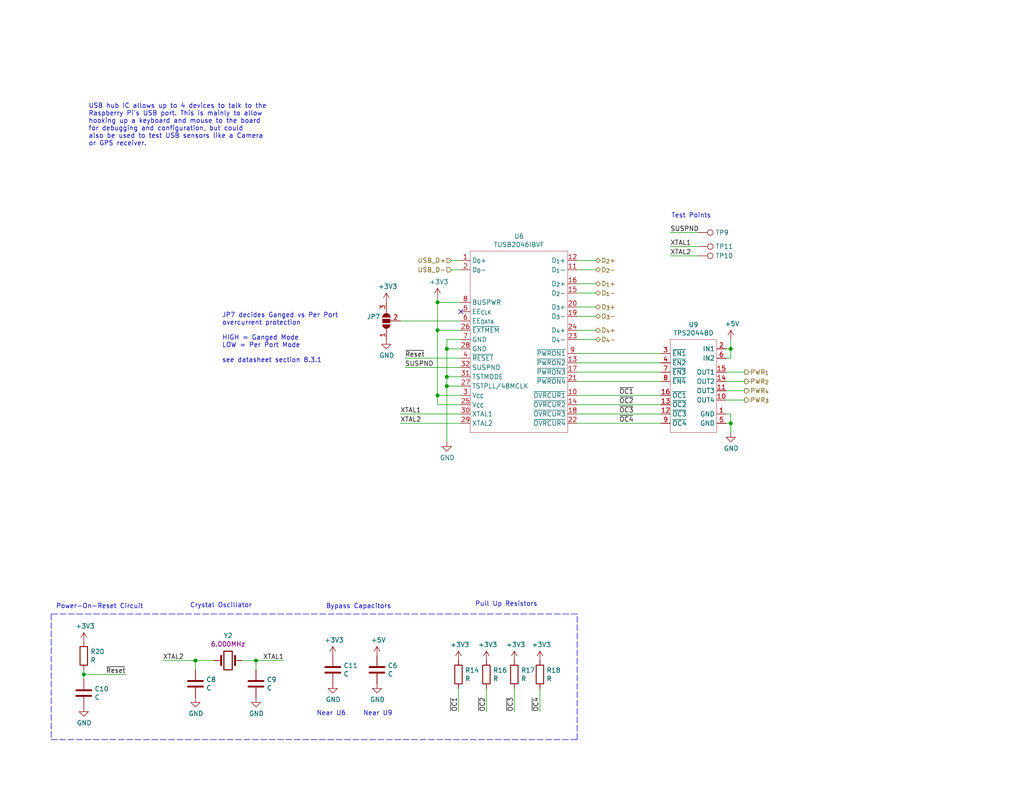
<source format=kicad_sch>
(kicad_sch (version 20201015) (generator eeschema)
  (paper "A")
  (title_block (title "Dennis") (date "2021-03-30") (rev "0.1.3") (company "eCafe Racer"))
  (lib_symbols
    (symbol "Connector:TestPoint" (pin_numbers hide) (pin_names (offset 0.762) hide)
      (property "Reference" "TP" (at 0 6.858 0))
      (property "Value" "TestPoint" (at 0 5.08 0))
      (symbol "TestPoint_0_1"
        (circle (center 0 3.302) (radius 0.762))
      )
      (symbol "TestPoint_1_1"
        (pin passive line (at 0 0 90) (length 2.54) (name "1") (number "1"))
      )
    )
    (symbol "Device:C" (pin_numbers hide) (pin_names (offset 0.254))
      (property "Reference" "C" (at 0.635 2.54 0))
      (property "Value" "C" (at 0.635 -2.54 0))
      (symbol "C_0_1"
        (polyline (pts (xy -2.032 -0.762) (xy 2.032 -0.762)) (stroke (width 0.508)))
        (polyline (pts (xy -2.032 0.762) (xy 2.032 0.762)) (stroke (width 0.508)))
      )
      (symbol "C_1_1"
        (pin passive line (at 0 3.81 270) (length 2.794) (name "~") (number "1"))
        (pin passive line (at 0 -3.81 90) (length 2.794) (name "~") (number "2"))
      )
    )
    (symbol "Device:R" (pin_numbers hide) (pin_names (offset 0))
      (property "Reference" "R" (at 2.032 0 90))
      (property "Value" "R" (at 0 0 90))
      (symbol "R_0_1"
        (rectangle (start -1.016 -2.54) (end 1.016 2.54) (stroke (width 0.254)))
      )
      (symbol "R_1_1"
        (pin passive line (at 0 3.81 270) (length 1.27) (name "~") (number "1"))
        (pin passive line (at 0 -3.81 90) (length 1.27) (name "~") (number "2"))
      )
    )
    (symbol "Jumper:SolderJumper_3_Open" (pin_names (offset 0) hide)
      (property "Reference" "JP" (at -2.54 -2.54 0))
      (property "Value" "SolderJumper_3_Open" (at 0 2.794 0))
      (symbol "SolderJumper_3_Open_0_1"
        (arc (start -1.016 1.016) (end -1.016 -1.016) (radius (at -1.016 0) (length 1.016) (angles 90.1 -90.1)))
        (arc (start -1.016 1.016) (end -1.016 -1.016) (radius (at -1.016 0) (length 1.016) (angles 90.1 -90.1)) (fill (type outline)))
        (arc (start 1.016 -1.016) (end 1.016 1.016) (radius (at 1.016 0) (length 1.016) (angles -89.9 89.9)))
        (arc (start 1.016 -1.016) (end 1.016 1.016) (radius (at 1.016 0) (length 1.016) (angles -89.9 89.9)) (fill (type outline)))
        (rectangle (start -0.508 1.016) (end 0.508 -1.016) (fill (type outline)))
        (polyline (pts (xy -2.54 0) (xy -2.032 0)))
        (polyline (pts (xy -1.016 1.016) (xy -1.016 -1.016)))
        (polyline (pts (xy 0 -1.27) (xy 0 -1.016)))
        (polyline (pts (xy 1.016 1.016) (xy 1.016 -1.016)))
        (polyline (pts (xy 2.54 0) (xy 2.032 0)))
      )
      (symbol "SolderJumper_3_Open_1_1"
        (pin passive line (at -5.08 0 0) (length 2.54) (name "A") (number "1"))
        (pin input line (at 0 -3.81 90) (length 2.54) (name "C") (number "2"))
        (pin passive line (at 5.08 0 180) (length 2.54) (name "B") (number "3"))
      )
    )
    (symbol "power:+3.3V" (power) (pin_names (offset 0))
      (property "Value" "+3.3V" (at 0 3.556 0))
      (symbol "+3.3V_0_1"
        (polyline (pts (xy -0.762 1.27) (xy 0 2.54)))
        (polyline (pts (xy 0 0) (xy 0 2.54)))
        (polyline (pts (xy 0 2.54) (xy 0.762 1.27)))
      )
      (symbol "+3.3V_1_1"
        (pin power_in line (at 0 0 90) (length 0) hide (name "+3V3") (number "1"))
      )
    )
    (symbol "power:+5V" (power) (pin_names (offset 0))
      (property "Value" "+5V" (at 0 3.556 0))
      (symbol "+5V_0_1"
        (polyline (pts (xy -0.762 1.27) (xy 0 2.54)))
        (polyline (pts (xy 0 0) (xy 0 2.54)))
        (polyline (pts (xy 0 2.54) (xy 0.762 1.27)))
      )
      (symbol "+5V_1_1"
        (pin power_in line (at 0 0 90) (length 0) hide (name "+5V") (number "1"))
      )
    )
    (symbol "power:GND" (power) (pin_names (offset 0))
      (property "Value" "GND" (at 0 -3.81 0))
      (symbol "GND_0_1"
        (polyline (pts (xy 0 0) (xy 0 -1.27) (xy 1.27 -1.27) (xy 0 -2.54) (xy -1.27 -1.27) (xy 0 -1.27)))
      )
      (symbol "GND_1_1"
        (pin power_in line (at 0 0 270) (length 0) hide (name "GND") (number "1"))
      )
    )
    (symbol "symbols:HC49USM-FF3F18-6.000MHZ" (pin_numbers hide) (pin_names hide)
      (property "Reference" "Y" (at 0 3.81 0))
      (property "Frequency" "6.000MHz" (at 0 -3.81 0))
      (symbol "HC49USM-FF3F18-6.000MHZ_0_1"
        (rectangle (start -1.143 2.54) (end 1.143 -2.54) (stroke (width 0.3048)))
        (polyline (pts (xy -2.54 0) (xy -1.905 0)))
        (polyline (pts (xy -1.905 -1.27) (xy -1.905 1.27)) (stroke (width 0.508)))
        (polyline (pts (xy 1.905 -1.27) (xy 1.905 1.27)) (stroke (width 0.508)))
        (polyline (pts (xy 2.54 0) (xy 1.905 0)))
      )
      (symbol "HC49USM-FF3F18-6.000MHZ_1_1"
        (pin passive line (at -3.81 0 0) (length 1.27) (name "1") (number "1"))
        (pin passive line (at 3.81 0 180) (length 1.27) (name "2") (number "2"))
      )
    )
    (symbol "symbols:TPS2044BD"
      (property "Reference" "U" (at 5.08 17.78 0))
      (property "Value" "TPS2044BD" (at -2.54 17.78 0))
      (symbol "TPS2044BD_0_0"
        (pin unspecified line (at 8.89 -8.89 180) (length 2.54) (name "GND") (number "1"))
        (pin unspecified line (at 8.89 8.89 180) (length 2.54) (name "IN1") (number "2"))
        (pin unspecified line (at -8.89 7.62 0) (length 2.54) (name "~EN1") (number "3"))
        (pin unspecified line (at -8.89 5.08 0) (length 2.54) (name "~EN2") (number "4"))
        (pin unspecified line (at 8.89 -11.43 180) (length 2.54) (name "GND") (number "5"))
        (pin unspecified line (at 8.89 6.35 180) (length 2.54) (name "IN2") (number "6"))
        (pin unspecified line (at -8.89 2.54 0) (length 2.54) (name "~EN3") (number "7"))
        (pin unspecified line (at -8.89 0 0) (length 2.54) (name "~EN4") (number "8"))
        (pin unspecified line (at -8.89 -11.43 0) (length 2.54) (name "~OC4") (number "9"))
        (pin unspecified line (at 8.89 -5.08 180) (length 2.54) (name "OUT4") (number "10"))
        (pin unspecified line (at 8.89 -2.54 180) (length 2.54) (name "OUT3") (number "11"))
        (pin unspecified line (at -8.89 -8.89 0) (length 2.54) (name "~OC3") (number "12"))
        (pin unspecified line (at -8.89 -6.35 0) (length 2.54) (name "~OC2") (number "13"))
        (pin unspecified line (at 8.89 0 180) (length 2.54) (name "OUT2") (number "14"))
        (pin unspecified line (at 8.89 2.54 180) (length 2.54) (name "OUT1") (number "15"))
        (pin unspecified line (at -8.89 -3.81 0) (length 2.54) (name "~OC1") (number "16"))
      )
      (symbol "TPS2044BD_0_1"
        (rectangle (start -6.35 11.43) (end 6.35 -13.97) (stroke (width 0.0006)))
      )
    )
    (symbol "symbols:TUSB2046IBVF"
      (property "Reference" "U" (at 5.08 25.4 0))
      (property "Value" "TUSB2046IBVF" (at -6.35 25.4 0))
      (symbol "TUSB2046IBVF_0_0"
        (pin unspecified line (at 16.51 8.89 180) (length 2.54) (name "BUSPWR") (number "8"))
        (pin unspecified line (at 16.51 17.78 180) (length 2.54) (name "D_{0}-") (number "2"))
        (pin unspecified line (at -15.24 17.78 0) (length 2.54) (name "D_{1}-") (number "11"))
        (pin unspecified line (at -15.24 11.43 0) (length 2.54) (name "D_{2}-") (number "15"))
        (pin unspecified line (at -15.24 5.08 0) (length 2.54) (name "D_{3}-") (number "19"))
        (pin unspecified line (at -15.24 -1.27 0) (length 2.54) (name "D_{4}-") (number "23"))
        (pin unspecified line (at 16.51 20.32 180) (length 2.54) (name "D_{0}+") (number "1"))
        (pin unspecified line (at -15.24 20.32 0) (length 2.54) (name "D_{1}+") (number "12"))
        (pin unspecified line (at -15.24 13.97 0) (length 2.54) (name "D_{2}+") (number "16"))
        (pin unspecified line (at -15.24 7.62 0) (length 2.54) (name "D_{3}+") (number "20"))
        (pin unspecified line (at -15.24 1.27 0) (length 2.54) (name "D_{4}+") (number "24"))
        (pin unspecified line (at 16.51 6.35 180) (length 2.54) (name "EE_{CLK}") (number "5"))
        (pin unspecified line (at 16.51 3.81 180) (length 2.54) (name "EE_{DATA}") (number "6"))
        (pin unspecified line (at 16.51 1.27 180) (length 2.54) (name "~EXTMEM") (number "26"))
        (pin unspecified line (at 16.51 -1.27 180) (length 2.54) (name "GND") (number "7"))
        (pin unspecified line (at 16.51 -3.81 180) (length 2.54) (name "GND") (number "28"))
        (pin unspecified line (at -15.24 -16.51 0) (length 2.54) (name "~OVRCUR1") (number "10"))
        (pin unspecified line (at -15.24 -19.05 0) (length 2.54) (name "~OVRCUR2") (number "14"))
        (pin unspecified line (at -15.24 -21.59 0) (length 2.54) (name "~OVRCUR3") (number "18"))
        (pin unspecified line (at -15.24 -24.13 0) (length 2.54) (name "~OVRCUR4") (number "22"))
        (pin unspecified line (at -15.24 -5.08 0) (length 2.54) (name "~PWRON1") (number "9"))
        (pin unspecified line (at -15.24 -7.62 0) (length 2.54) (name "~PWRON2") (number "13"))
        (pin unspecified line (at -15.24 -10.16 0) (length 2.54) (name "~PWRON3") (number "17"))
        (pin unspecified line (at -15.24 -12.7 0) (length 2.54) (name "~PWRON4") (number "21"))
        (pin unspecified line (at 16.51 -6.35 180) (length 2.54) (name "~RESET") (number "4"))
        (pin unspecified line (at 16.51 -8.89 180) (length 2.54) (name "SUSPND") (number "32"))
        (pin unspecified line (at 16.51 -11.43 180) (length 2.54) (name "TSTMODE") (number "31"))
        (pin unspecified line (at 16.51 -13.97 180) (length 2.54) (name "TSTPLL/48MCLK") (number "27"))
        (pin unspecified line (at 16.51 -16.51 180) (length 2.54) (name "V_{CC}") (number "3"))
        (pin unspecified line (at 16.51 -19.05 180) (length 2.54) (name "V_{CC}") (number "25"))
        (pin unspecified line (at 16.51 -21.59 180) (length 2.54) (name "XTAL1") (number "30"))
        (pin unspecified line (at 16.51 -24.13 180) (length 2.54) (name "XTAL2") (number "29"))
      )
      (symbol "TUSB2046IBVF_0_1"
        (rectangle (start -12.7 22.86) (end 13.97 -26.67) (stroke (width 0.0006)))
      )
    )
  )
  (junction (at 22.86 184.15) (diameter 0.9144))
  (junction (at 53.34 180.34) (diameter 0.9144))
  (junction (at 69.85 180.34) (diameter 0.9144))
  (junction (at 119.38 82.55) (diameter 0.9144))
  (junction (at 119.38 90.17) (diameter 0.9144))
  (junction (at 119.38 107.95) (diameter 0.9144))
  (junction (at 121.92 95.25) (diameter 0.9144))
  (junction (at 121.92 102.87) (diameter 0.9144))
  (junction (at 121.92 105.41) (diameter 0.9144))
  (junction (at 199.39 95.25) (diameter 0.9144))
  (junction (at 199.39 115.57) (diameter 0.9144))
  (no_connect (at 125.73 85.09))
  (wire (pts (xy 22.86 182.88) (xy 22.86 184.15)))
  (wire (pts (xy 22.86 184.15) (xy 22.86 185.42)))
  (wire (pts (xy 22.86 184.15) (xy 34.29 184.15)))
  (wire (pts (xy 44.45 180.34) (xy 53.34 180.34)))
  (wire (pts (xy 53.34 180.34) (xy 58.42 180.34)))
  (wire (pts (xy 53.34 182.88) (xy 53.34 180.34)))
  (wire (pts (xy 69.85 180.34) (xy 66.04 180.34)))
  (wire (pts (xy 69.85 180.34) (xy 77.47 180.34)))
  (wire (pts (xy 69.85 182.88) (xy 69.85 180.34)))
  (wire (pts (xy 109.22 87.63) (xy 125.73 87.63)))
  (wire (pts (xy 109.22 113.03) (xy 125.73 113.03)))
  (wire (pts (xy 109.22 115.57) (xy 125.73 115.57)))
  (wire (pts (xy 110.49 97.79) (xy 125.73 97.79)))
  (wire (pts (xy 110.49 100.33) (xy 125.73 100.33)))
  (wire (pts (xy 119.38 81.28) (xy 119.38 82.55)))
  (wire (pts (xy 119.38 82.55) (xy 119.38 90.17)))
  (wire (pts (xy 119.38 82.55) (xy 125.73 82.55)))
  (wire (pts (xy 119.38 90.17) (xy 119.38 107.95)))
  (wire (pts (xy 119.38 90.17) (xy 125.73 90.17)))
  (wire (pts (xy 119.38 107.95) (xy 125.73 107.95)))
  (wire (pts (xy 119.38 110.49) (xy 119.38 107.95)))
  (wire (pts (xy 119.38 110.49) (xy 125.73 110.49)))
  (wire (pts (xy 121.92 92.71) (xy 121.92 95.25)))
  (wire (pts (xy 121.92 92.71) (xy 125.73 92.71)))
  (wire (pts (xy 121.92 95.25) (xy 121.92 102.87)))
  (wire (pts (xy 121.92 95.25) (xy 125.73 95.25)))
  (wire (pts (xy 121.92 102.87) (xy 121.92 105.41)))
  (wire (pts (xy 121.92 102.87) (xy 125.73 102.87)))
  (wire (pts (xy 121.92 105.41) (xy 121.92 120.65)))
  (wire (pts (xy 121.92 105.41) (xy 125.73 105.41)))
  (wire (pts (xy 123.19 71.12) (xy 125.73 71.12)))
  (wire (pts (xy 123.19 73.66) (xy 125.73 73.66)))
  (wire (pts (xy 125.095 187.96) (xy 125.095 194.31)))
  (wire (pts (xy 132.715 187.96) (xy 132.715 194.31)))
  (wire (pts (xy 140.335 187.96) (xy 140.335 194.31)))
  (wire (pts (xy 147.32 187.96) (xy 147.32 194.31)))
  (wire (pts (xy 157.48 71.12) (xy 162.56 71.12)))
  (wire (pts (xy 157.48 73.66) (xy 162.56 73.66)))
  (wire (pts (xy 157.48 77.47) (xy 162.56 77.47)))
  (wire (pts (xy 157.48 80.01) (xy 162.56 80.01)))
  (wire (pts (xy 157.48 83.82) (xy 162.56 83.82)))
  (wire (pts (xy 157.48 86.36) (xy 162.56 86.36)))
  (wire (pts (xy 157.48 90.17) (xy 162.56 90.17)))
  (wire (pts (xy 157.48 92.71) (xy 162.56 92.71)))
  (wire (pts (xy 157.48 96.52) (xy 180.34 96.52)))
  (wire (pts (xy 157.48 99.06) (xy 180.34 99.06)))
  (wire (pts (xy 157.48 101.6) (xy 180.34 101.6)))
  (wire (pts (xy 157.48 104.14) (xy 180.34 104.14)))
  (wire (pts (xy 157.48 107.95) (xy 180.34 107.95)))
  (wire (pts (xy 157.48 110.49) (xy 180.34 110.49)))
  (wire (pts (xy 157.48 113.03) (xy 180.34 113.03)))
  (wire (pts (xy 157.48 115.57) (xy 180.34 115.57)))
  (wire (pts (xy 182.88 63.5) (xy 190.5 63.5)))
  (wire (pts (xy 182.88 67.31) (xy 190.5 67.31)))
  (wire (pts (xy 182.88 69.85) (xy 190.5 69.85)))
  (wire (pts (xy 198.12 101.6) (xy 203.2 101.6)))
  (wire (pts (xy 198.12 104.14) (xy 203.2 104.14)))
  (wire (pts (xy 198.12 106.68) (xy 203.2 106.68)))
  (wire (pts (xy 198.12 109.22) (xy 203.2 109.22)))
  (wire (pts (xy 198.12 115.57) (xy 199.39 115.57)))
  (wire (pts (xy 199.39 92.71) (xy 199.39 95.25)))
  (wire (pts (xy 199.39 95.25) (xy 198.12 95.25)))
  (wire (pts (xy 199.39 95.25) (xy 199.39 97.79)))
  (wire (pts (xy 199.39 97.79) (xy 198.12 97.79)))
  (wire (pts (xy 199.39 113.03) (xy 198.12 113.03)))
  (wire (pts (xy 199.39 115.57) (xy 199.39 113.03)))
  (wire (pts (xy 199.39 118.11) (xy 199.39 115.57)))
  (polyline (pts (xy 13.97 167.64) (xy 13.97 201.93)) (stroke (width 0) (type dash)))
  (polyline (pts (xy 13.97 201.93) (xy 157.48 201.93)) (stroke (width 0) (type dash)))
  (polyline (pts (xy 157.48 167.64) (xy 13.97 167.64)) (stroke (width 0) (type dash)))
  (polyline (pts (xy 157.48 201.93) (xy 157.48 167.64)) (stroke (width 0) (type dash)))
  (text "Power-On-Reset Circuit" (at 15.24 166.37 0) (effects (font (size 1.27 1.27)) (justify left bottom)))
  (text "USB hub IC allows up to 4 devices to talk to the\nRaspberry Pi's USB port. This is mainly to allow\nhooking up a keyboard and mouse to the board\nfor debugging and configuration, but could\nalso be used to test USB sensors like a Camera\nor GPS receiver." (at 24.13 40.005 0) (effects (font (size 1.27 1.27)) (justify left bottom)))
  (text "Crystal Oscillator" (at 51.816 166.116 0) (effects (font (size 1.27 1.27)) (justify left bottom)))
  (text "JP7 decides Ganged vs Per Port\novercurrent protection\n\nHIGH = Ganged Mode\nLOW = Per Port Mode\n\nsee datasheet section 8.3.1\n" (at 60.579 99.187 0) (effects (font (size 1.27 1.27)) (justify left bottom)))
  (text "Near U6" (at 86.36 195.58 0) (effects (font (size 1.27 1.27)) (justify left bottom)))
  (text "Bypass Capacitors" (at 88.9 166.37 0) (effects (font (size 1.27 1.27)) (justify left bottom)))
  (text "Near U9" (at 99.06 195.58 0) (effects (font (size 1.27 1.27)) (justify left bottom)))
  (text "Pull Up Resistors" (at 146.685 165.735 180) (effects (font (size 1.27 1.27)) (justify right bottom)))
  (text "Test Points" (at 183.134 59.69 0) (effects (font (size 1.27 1.27)) (justify left bottom)))
  (label "~Reset" (at 34.29 184.15 180))
  (label "XTAL2" (at 44.45 180.34 0))
  (label "XTAL1" (at 77.47 180.34 180))
  (label "XTAL1" (at 109.22 113.03 0))
  (label "XTAL2" (at 109.22 115.57 0))
  (label "~Reset" (at 110.49 97.79 0))
  (label "SUSPND" (at 110.49 100.33 0))
  (label "~OC1" (at 125.095 194.31 90))
  (label "~OC2" (at 132.715 194.31 90))
  (label "~OC3" (at 140.335 194.31 90))
  (label "~OC4" (at 147.32 194.31 90))
  (label "~OC1" (at 168.91 107.95 0))
  (label "~OC2" (at 168.91 110.49 0))
  (label "~OC3" (at 168.91 113.03 0))
  (label "~OC4" (at 168.91 115.57 0))
  (label "SUSPND" (at 182.88 63.5 0))
  (label "XTAL1" (at 182.88 67.31 0))
  (label "XTAL2" (at 182.88 69.85 0))
  (hierarchical_label "USB_D+" (shape input) (at 123.19 71.12 180))
  (hierarchical_label "USB_D-" (shape input) (at 123.19 73.66 180))
  (hierarchical_label "D_{2}+" (shape bidirectional) (at 162.56 71.12 0))
  (hierarchical_label "D_{2}-" (shape bidirectional) (at 162.56 73.66 0))
  (hierarchical_label "D_{1}+" (shape bidirectional) (at 162.56 77.47 0))
  (hierarchical_label "D_{1}-" (shape bidirectional) (at 162.56 80.01 0))
  (hierarchical_label "D_{3}+" (shape bidirectional) (at 162.56 83.82 0))
  (hierarchical_label "D_{3}-" (shape bidirectional) (at 162.56 86.36 0))
  (hierarchical_label "D_{4}+" (shape bidirectional) (at 162.56 90.17 0))
  (hierarchical_label "D_{4}-" (shape bidirectional) (at 162.56 92.71 0))
  (hierarchical_label "PWR_{1}" (shape output) (at 203.2 101.6 0))
  (hierarchical_label "PWR_{2}" (shape output) (at 203.2 104.14 0))
  (hierarchical_label "PWR_{4}" (shape output) (at 203.2 106.68 0))
  (hierarchical_label "PWR_{3}" (shape output) (at 203.2 109.22 0))
  (symbol (lib_id "Connector:TestPoint") (at 190.5 63.5 270) (unit 1)
    (property "Reference" "TP9" (at 195.1991 63.5 90) (effects (justify left)))
    (property "Value" "TestPoint" (effects hide))
    (property "Footprint" "TestPoint:TestPoint_Pad_D1.5mm" (effects hide))
  )
  (symbol (lib_id "Connector:TestPoint") (at 190.5 67.31 270) (unit 1)
    (property "Reference" "TP11" (at 195.1991 67.31 90) (effects (justify left)))
    (property "Value" "TestPoint" (effects hide))
    (property "Footprint" "TestPoint:TestPoint_Pad_D1.5mm" (effects hide))
  )
  (symbol (lib_id "Connector:TestPoint") (at 190.5 69.85 270) (unit 1)
    (property "Reference" "TP10" (at 195.1991 69.85 90) (effects (justify left)))
    (property "Value" "TestPoint" (effects hide))
    (property "Footprint" "TestPoint:TestPoint_Pad_D1.5mm" (effects hide))
  )
  (symbol (lib_id "power:+3.3V") (at 22.86 175.26 0) (unit 1)
    (property "Reference" "#PWR0135" (effects hide))
    (property "Value" "+3.3V" (at 23.2283 170.9356 0))
  )
  (symbol (lib_id "power:+3.3V") (at 90.805 179.07 0) (unit 1)
    (property "Reference" "#PWR0143" (effects hide))
    (property "Value" "+3.3V" (at 91.1733 174.7456 0))
  )
  (symbol (lib_id "power:+5V") (at 102.87 179.07 0) (unit 1)
    (property "Reference" "#PWR0142" (effects hide))
    (property "Value" "+5V" (at 103.2383 174.7456 0))
  )
  (symbol (lib_id "power:+3.3V") (at 105.41 82.55 0) (unit 1)
    (property "Reference" "#PWR0145" (effects hide))
    (property "Value" "+3.3V" (at 105.7783 78.2256 0))
  )
  (symbol (lib_id "power:+3.3V") (at 119.38 81.28 0) (unit 1)
    (property "Reference" "#PWR0144" (effects hide))
    (property "Value" "+3.3V" (at 119.7483 76.9556 0))
  )
  (symbol (lib_id "power:+3.3V") (at 125.095 180.34 0) (unit 1)
    (property "Reference" "#PWR0154" (effects hide))
    (property "Value" "+3.3V" (at 125.4633 176.0156 0))
  )
  (symbol (lib_id "power:+3.3V") (at 132.715 180.34 0) (unit 1)
    (property "Reference" "#PWR0147" (effects hide))
    (property "Value" "+3.3V" (at 133.0833 176.0156 0))
  )
  (symbol (lib_id "power:+3.3V") (at 140.335 180.34 0) (unit 1)
    (property "Reference" "#PWR0148" (effects hide))
    (property "Value" "+3.3V" (at 140.7033 176.0156 0))
  )
  (symbol (lib_id "power:+3.3V") (at 147.32 180.34 0) (unit 1)
    (property "Reference" "#PWR0146" (effects hide))
    (property "Value" "+3.3V" (at 147.6883 176.0156 0))
  )
  (symbol (lib_id "power:+5V") (at 199.39 92.71 0) (unit 1)
    (property "Reference" "#PWR0139" (effects hide))
    (property "Value" "+5V" (at 199.7583 88.3856 0))
  )
  (symbol (lib_id "power:GND") (at 22.86 193.04 0) (unit 1)
    (property "Reference" "#PWR0136" (effects hide))
    (property "Value" "GND" (at 22.9743 197.3644 0))
  )
  (symbol (lib_id "power:GND") (at 53.34 190.5 0) (unit 1)
    (property "Reference" "#PWR0152" (effects hide))
    (property "Value" "GND" (at 53.4543 194.8244 0))
  )
  (symbol (lib_id "power:GND") (at 69.85 190.5 0) (unit 1)
    (property "Reference" "#PWR0151" (effects hide))
    (property "Value" "GND" (at 69.9643 194.8244 0))
  )
  (symbol (lib_id "power:GND") (at 90.805 186.69 0) (unit 1)
    (property "Reference" "#PWR0150" (effects hide))
    (property "Value" "GND" (at 90.9193 191.0144 0))
  )
  (symbol (lib_id "power:GND") (at 102.87 186.69 0) (unit 1)
    (property "Reference" "#PWR0149" (effects hide))
    (property "Value" "GND" (at 102.9843 191.0144 0))
  )
  (symbol (lib_id "power:GND") (at 105.41 92.71 0) (unit 1)
    (property "Reference" "#PWR0141" (effects hide))
    (property "Value" "GND" (at 105.5243 97.0344 0))
  )
  (symbol (lib_id "power:GND") (at 121.92 120.65 0) (unit 1)
    (property "Reference" "#PWR0153" (effects hide))
    (property "Value" "GND" (at 122.0343 124.9744 0))
  )
  (symbol (lib_id "power:GND") (at 199.39 118.11 0) (unit 1)
    (property "Reference" "#PWR0138" (effects hide))
    (property "Value" "GND" (at 199.5043 122.4344 0))
  )
  (symbol (lib_id "Device:R") (at 22.86 179.07 0) (unit 1)
    (property "Reference" "R20" (at 24.6381 177.9206 0) (effects (justify left)))
    (property "Value" "R" (at 24.6381 180.2193 0) (effects (justify left)))
    (property "Footprint" "Resistor_SMD:R_0805_2012Metric" (effects hide))
  )
  (symbol (lib_id "Device:R") (at 125.095 184.15 0) (unit 1)
    (property "Reference" "R14" (at 126.8731 183.0006 0) (effects (justify left)))
    (property "Value" "R" (at 126.8731 185.2993 0) (effects (justify left)))
    (property "Footprint" "Resistor_SMD:R_0805_2012Metric" (effects hide))
  )
  (symbol (lib_id "Device:R") (at 132.715 184.15 0) (unit 1)
    (property "Reference" "R16" (at 134.4931 183.0006 0) (effects (justify left)))
    (property "Value" "R" (at 134.4931 185.2993 0) (effects (justify left)))
    (property "Footprint" "Resistor_SMD:R_0805_2012Metric" (effects hide))
  )
  (symbol (lib_id "Device:R") (at 140.335 184.15 0) (unit 1)
    (property "Reference" "R17" (at 142.1131 183.0006 0) (effects (justify left)))
    (property "Value" "R" (at 142.1131 185.2993 0) (effects (justify left)))
    (property "Footprint" "Resistor_SMD:R_0805_2012Metric" (effects hide))
  )
  (symbol (lib_id "Device:R") (at 147.32 184.15 0) (unit 1)
    (property "Reference" "R18" (at 149.0981 183.0006 0) (effects (justify left)))
    (property "Value" "R" (at 149.0981 185.2993 0) (effects (justify left)))
    (property "Footprint" "Resistor_SMD:R_0805_2012Metric" (effects hide))
  )
  (symbol (lib_id "Device:C") (at 22.86 189.23 0) (unit 1)
    (property "Reference" "C10" (at 25.7811 188.0806 0) (effects (justify left)))
    (property "Value" "C" (at 25.7811 190.3793 0) (effects (justify left)))
    (property "Footprint" "Capacitor_SMD:C_0805_2012Metric" (effects hide))
  )
  (symbol (lib_id "Device:C") (at 53.34 186.69 0) (unit 1)
    (property "Reference" "C8" (at 56.2611 185.5406 0) (effects (justify left)))
    (property "Value" "C" (at 56.2611 187.8393 0) (effects (justify left)))
    (property "Footprint" "Capacitor_SMD:C_0805_2012Metric" (effects hide))
  )
  (symbol (lib_id "Device:C") (at 69.85 186.69 0) (unit 1)
    (property "Reference" "C9" (at 72.7711 185.5406 0) (effects (justify left)))
    (property "Value" "C" (at 72.7711 187.8393 0) (effects (justify left)))
    (property "Footprint" "Capacitor_SMD:C_0805_2012Metric" (effects hide))
  )
  (symbol (lib_id "Device:C") (at 90.805 182.88 0) (unit 1)
    (property "Reference" "C11" (at 93.7261 181.7306 0) (effects (justify left)))
    (property "Value" "C" (at 93.726 184.029 0) (effects (justify left)))
    (property "Footprint" "Capacitor_SMD:C_0805_2012Metric" (effects hide))
  )
  (symbol (lib_id "Device:C") (at 102.87 182.88 0) (unit 1)
    (property "Reference" "C6" (at 105.7911 181.7306 0) (effects (justify left)))
    (property "Value" "C" (at 105.791 184.029 0) (effects (justify left)))
    (property "Footprint" "Capacitor_SMD:C_0805_2012Metric" (effects hide))
  )
  (symbol (lib_id "symbols:HC49USM-FF3F18-6.000MHZ") (at 62.23 180.34 0) (unit 1)
    (property "Reference" "Y2" (at 62.23 173.5644 0))
    (property "Value" "HC49USM-FF3F18-6.000MHZ" (effects hide))
    (property "Footprint" "Crystal:Crystal_SMD_HC49-SD" (effects hide))
    (property "Datasheet" "https://abracon.com/datasheets/ILSI/HC49USM.pdf" (effects hide))
    (property "Vendor" "Digikey" (effects hide))
    (property "Vendor Part" "2780-HC49USM-FF3F18-6.000MHZCT-ND" (effects hide))
    (property "Manufacturer" "ILSI" (effects hide))
    (property "Manufacturer Part" "HC49USM-FF3F18-6.000MHZ" (effects hide))
    (property "Frequency" "6.000MHz" (at 62.23 175.8631 0))
  )
  (symbol (lib_id "Jumper:SolderJumper_3_Open") (at 105.41 87.63 90) (unit 1)
    (property "Reference" "JP7" (at 103.759 86.4806 90) (effects (justify left)))
    (property "Value" "SolderJumper_3_Open" (effects hide))
    (property "Footprint" "Jumper:SolderJumper-3_P1.3mm_Open_RoundedPad1.0x1.5mm_NumberLabels" (effects hide))
  )
  (symbol (lib_id "symbols:TPS2044BD") (at 189.23 104.14 0) (unit 1)
    (property "Reference" "U9" (at 189.23 88.6265 0))
    (property "Value" "TPS2044BD" (at 189.23 90.9252 0))
    (property "Footprint" "Package_SO:SOIC-16_3.9x9.9mm_P1.27mm" (effects hide))
    (property "Datasheet" "https://www.ti.com/lit/ds/symlink/tps2051b.pdf?HQS=dis-dk-null-digikeymode-dsf-pf-null-wwe&ts=1616258921993" (effects hide))
    (property "Vendor" "Digikey" (effects hide))
    (property "Vendor Part" "296-18931-5-ND" (effects hide))
    (property "Manufacturer" "Texas Instruments" (effects hide))
    (property "Manufacturer Part" "TPS2044BD" (effects hide))
  )
  (symbol (lib_id "symbols:TUSB2046IBVF") (at 142.24 91.44 0) (mirror y) (unit 1)
    (property "Reference" "U6" (at 141.605 64.4965 0))
    (property "Value" "TUSB2046IBVF" (at 141.605 66.7952 0))
    (property "Footprint" "Package_QFP:LQFP-32_7x7mm_P0.8mm" (effects hide))
    (property "Datasheet" "https://www.ti.com/lit/ds/symlink/tusb2046i.pdf?HQS=dis-dk-null-digikeymode-dsf-pf-null-wwe&ts=1609439167129" (effects hide))
    (property "Vendor" "Digikey" (effects hide))
    (property "Vendor Part" "296-48466-ND" (effects hide))
    (property "Manufacturer" "Texas Instruments" (effects hide))
    (property "Manufacturer Part" "TUSB2046IBVF" (effects hide))
  )
)
</source>
